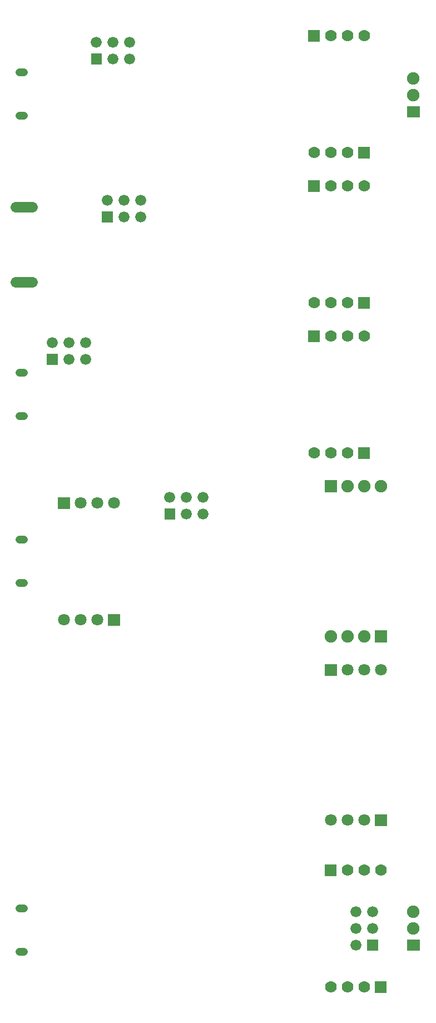
<source format=gbs>
G04 Layer: BottomSolderMaskLayer*
G04 EasyEDA v6.4.25, 2021-12-03T12:49:28+01:00*
G04 accffd0c38b74f39b4550f21fb377da6,9c416354eb984020824aaf9c885bead6,10*
G04 Gerber Generator version 0.2*
G04 Scale: 100 percent, Rotated: No, Reflected: No *
G04 Dimensions in inches *
G04 leading zeros omitted , absolute positions ,3 integer and 6 decimal *
%FSLAX36Y36*%
%MOIN*%

%ADD62C,0.0631*%
%ADD63C,0.0473*%
%ADD67C,0.0700*%
%ADD69C,0.0709*%
%ADD74C,0.0660*%
%ADD75R,0.0660X0.0660*%
%ADD78C,0.0749*%

%LPD*%
D62*
X159103Y424420D02*
G01*
X60677Y424420D01*
X159103Y-24389D02*
G01*
X60677Y-24389D01*
D63*
X111109Y-829920D02*
G01*
X83551Y-829920D01*
X111129Y-570079D02*
G01*
X83571Y-570079D01*
X111109Y-4039920D02*
G01*
X83551Y-4039920D01*
X111129Y-3780079D02*
G01*
X83571Y-3780079D01*
X111109Y-1829920D02*
G01*
X83551Y-1829920D01*
X111129Y-1570079D02*
G01*
X83571Y-1570079D01*
X111109Y970079D02*
G01*
X83551Y970079D01*
X111129Y1229920D02*
G01*
X83571Y1229920D01*
G36*
X1915000Y-3585000D02*
G01*
X1915000Y-3515000D01*
X1985000Y-3515000D01*
X1985000Y-3585000D01*
G37*
D67*
G01*
X2050010Y-3550000D03*
G01*
X2150010Y-3550000D03*
G01*
X2250010Y-3550000D03*
G36*
X2215000Y-4285000D02*
G01*
X2215000Y-4215000D01*
X2285000Y-4215000D01*
X2285000Y-4285000D01*
G37*
G01*
X2150010Y-4250000D03*
G01*
X2050010Y-4250000D03*
G01*
X1950010Y-4250000D03*
G36*
X1815000Y515000D02*
G01*
X1815000Y585000D01*
X1885000Y585000D01*
X1885000Y515000D01*
G37*
G01*
X1950000Y550000D03*
G01*
X2050000Y550000D03*
G01*
X2150000Y550000D03*
G36*
X2115000Y-185000D02*
G01*
X2115000Y-115000D01*
X2185000Y-115000D01*
X2185000Y-185000D01*
G37*
G01*
X2050000Y-150000D03*
G01*
X1950000Y-150000D03*
G01*
X1850000Y-150000D03*
G36*
X2115000Y715000D02*
G01*
X2115000Y785000D01*
X2185000Y785000D01*
X2185000Y715000D01*
G37*
G01*
X2050000Y750000D03*
G01*
X1950000Y750000D03*
G01*
X1850000Y750000D03*
G36*
X1815000Y1415000D02*
G01*
X1815000Y1485000D01*
X1885000Y1485000D01*
X1885000Y1415000D01*
G37*
G01*
X1950000Y1450000D03*
G01*
X2050000Y1450000D03*
G01*
X2150000Y1450000D03*
G36*
X2115000Y-1085000D02*
G01*
X2115000Y-1015000D01*
X2185000Y-1015000D01*
X2185000Y-1085000D01*
G37*
G01*
X2050000Y-1050000D03*
G01*
X1950000Y-1050000D03*
G01*
X1850000Y-1050000D03*
G36*
X1815000Y-385000D02*
G01*
X1815000Y-315000D01*
X1885000Y-315000D01*
X1885000Y-385000D01*
G37*
G01*
X1950000Y-350000D03*
G01*
X2050000Y-350000D03*
G01*
X2150000Y-350000D03*
G36*
X314499Y-1385500D02*
G01*
X314499Y-1314499D01*
X385500Y-1314499D01*
X385500Y-1385500D01*
G37*
D69*
G01*
X450000Y-1350000D03*
G01*
X550000Y-1350000D03*
G01*
X650000Y-1350000D03*
G36*
X614499Y-2085500D02*
G01*
X614499Y-2014499D01*
X685500Y-2014499D01*
X685500Y-2085500D01*
G37*
G01*
X550000Y-2050000D03*
G01*
X450000Y-2050000D03*
G01*
X350000Y-2050000D03*
G36*
X2214499Y-3285500D02*
G01*
X2214499Y-3214499D01*
X2285500Y-3214499D01*
X2285500Y-3285500D01*
G37*
G01*
X2150000Y-3250000D03*
G01*
X2050000Y-3250000D03*
G01*
X1950000Y-3250000D03*
G36*
X1914499Y-2385500D02*
G01*
X1914499Y-2314499D01*
X1985500Y-2314499D01*
X1985500Y-2385500D01*
G37*
G01*
X2050000Y-2350000D03*
G01*
X2150000Y-2350000D03*
G01*
X2250000Y-2350000D03*
D74*
G01*
X1185000Y-1315000D03*
G01*
X1185000Y-1415000D03*
G01*
X1085000Y-1315000D03*
G01*
X1085000Y-1415000D03*
G01*
X985000Y-1315000D03*
G36*
X951999Y-1448000D02*
G01*
X951999Y-1381999D01*
X1018000Y-1381999D01*
X1018000Y-1448000D01*
G37*
G01*
X2100000Y-3800000D03*
G01*
X2200000Y-3800000D03*
G01*
X2100000Y-3900000D03*
G01*
X2200000Y-3900000D03*
G01*
X2100000Y-4000000D03*
D75*
G01*
X2200000Y-4000000D03*
D78*
G01*
X2445000Y-3800000D03*
G01*
X2445000Y-3900000D03*
G36*
X2407600Y-4033000D02*
G01*
X2407600Y-3966999D01*
X2482399Y-3966999D01*
X2482399Y-4033000D01*
G37*
D74*
G01*
X480000Y-390000D03*
G01*
X480000Y-490000D03*
G01*
X380000Y-390000D03*
G01*
X380000Y-490000D03*
G01*
X280000Y-390000D03*
G36*
X246999Y-523000D02*
G01*
X246999Y-456999D01*
X313000Y-456999D01*
X313000Y-523000D01*
G37*
G01*
X810000Y465000D03*
G01*
X810000Y365000D03*
G01*
X710000Y465000D03*
G01*
X710000Y365000D03*
G01*
X610000Y465000D03*
G36*
X576999Y331999D02*
G01*
X576999Y398000D01*
X643000Y398000D01*
X643000Y331999D01*
G37*
G01*
X745000Y1410000D03*
G01*
X745000Y1310000D03*
G01*
X645000Y1410000D03*
G01*
X645000Y1310000D03*
G01*
X545000Y1410000D03*
G36*
X511999Y1276999D02*
G01*
X511999Y1343000D01*
X578000Y1343000D01*
X578000Y1276999D01*
G37*
D78*
G01*
X2445000Y1195000D03*
G01*
X2445000Y1095000D03*
G36*
X2407600Y961999D02*
G01*
X2407600Y1028000D01*
X2482399Y1028000D01*
X2482399Y961999D01*
G37*
G36*
X2212600Y-2187399D02*
G01*
X2212600Y-2112600D01*
X2287399Y-2112600D01*
X2287399Y-2187399D01*
G37*
G01*
X2150000Y-2150000D03*
G01*
X2050000Y-2150000D03*
G01*
X1950000Y-2150000D03*
G36*
X1912600Y-1287399D02*
G01*
X1912600Y-1212600D01*
X1987399Y-1212600D01*
X1987399Y-1287399D01*
G37*
G01*
X2050000Y-1250000D03*
G01*
X2150000Y-1250000D03*
G01*
X2250000Y-1250000D03*
M02*

</source>
